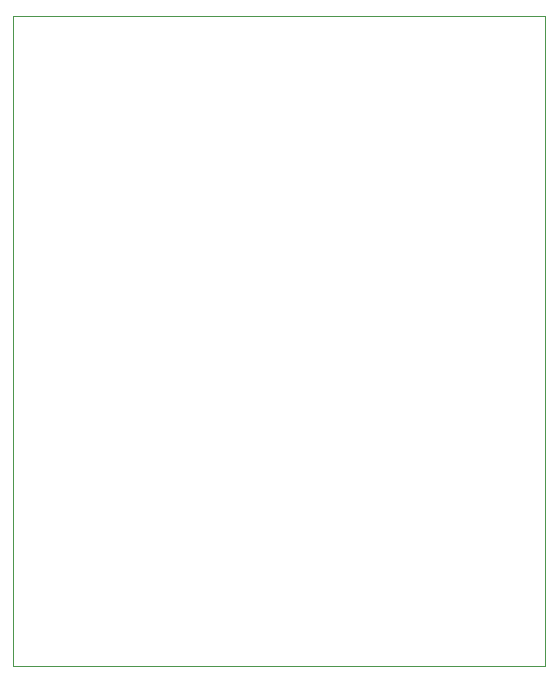
<source format=gbr>
G04*
G04 #@! TF.GenerationSoftware,Altium Limited,Altium Designer,24.0.1 (36)*
G04*
G04 Layer_Color=0*
%FSLAX44Y44*%
%MOMM*%
G71*
G04*
G04 #@! TF.SameCoordinates,0BA4544D-A881-4D4B-A40C-DE3234C276C6*
G04*
G04*
G04 #@! TF.FilePolarity,Positive*
G04*
G01*
G75*
%ADD30C,0.0254*%
D30*
X314500Y179500D02*
X764500D01*
Y729500D01*
X314500D01*
Y179500D01*
M02*

</source>
